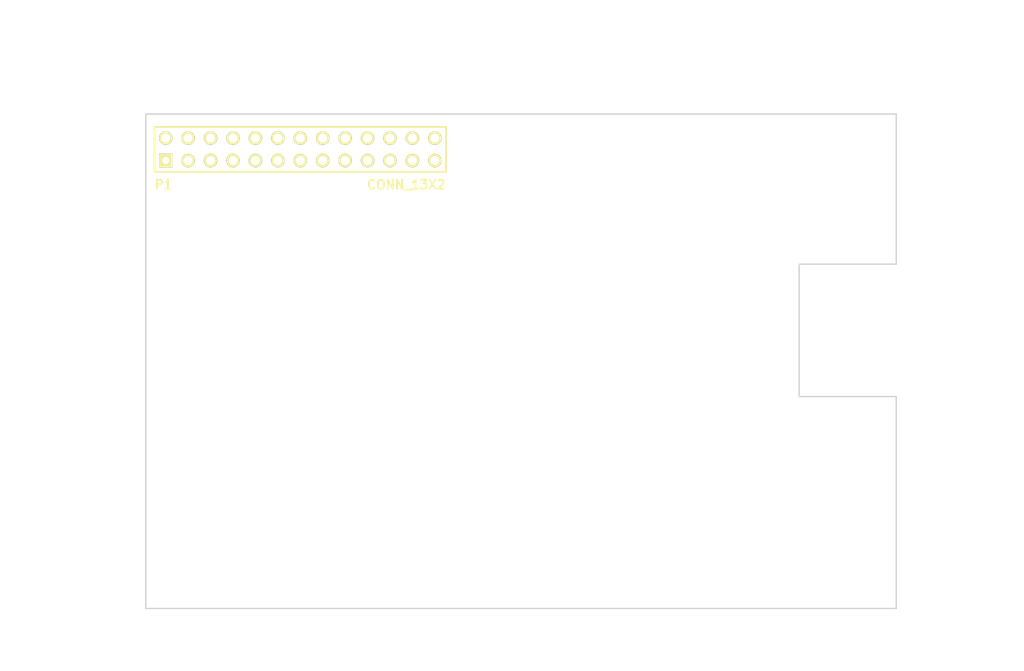
<source format=kicad_pcb>
(kicad_pcb (version 20221018) (generator pcbnew)
  (title_block (date "15 nov 2012"))
  (layers (0 "F.Cu" signal) (31 "B.Cu" signal) (34 "B.Paste" user) (35 "F.Paste" user) (36 "B.SilkS" user) (37 "F.SilkS" user) (38 "B.Mask" user) (39 "F.Mask" user) (44 "Edge.Cuts" user))
  (net 0 "")
  (net 1 "+3.3V")
  (net 2 "+5V")
  (net 3 "GND")
  (footprint "pin_array_13x2" (layer "F.Cu") (at 161 129)
    (fp_text reference "P1" (at -15.5 4) (layer "F.SilkS") (effects (font (size 1.016 1.016) (thickness 0.2032))))
    (fp_text value "CONN_13X2" (at 12 4) (layer "F.SilkS") (effects (font (size 1.016 1.016) (thickness 0.2032))))
    (fp_line (start -16.51 -2.54) (end -16.51 2.54) (stroke (width 0.2032)) (layer "F.SilkS"))
    (fp_line (start -16.51 2.54) (end 16.51 2.54) (stroke (width 0.2032)) (layer "F.SilkS"))
    (fp_line (start 16.51 -2.54) (end -16.51 -2.54) (stroke (width 0.2032)) (layer "F.SilkS"))
    (fp_line (start 16.51 2.54) (end 16.51 -2.54) (stroke (width 0.2032)) (layer "F.SilkS"))
    (pad "1" thru_hole rect (at -15.24 1.27) (size 1.524 1.524) (drill 0.8128) (layers "*.Cu" "*.Mask" "F.SilkS") (net 1 "+3.3V"))
    (pad "2" thru_hole circle (at -15.24 -1.27) (size 1.524 1.524) (drill 1.016) (layers "*.Cu" "*.Mask" "F.SilkS") (net 2 "+5V"))
    (pad "3" thru_hole circle (at -12.7 1.27) (size 1.524 1.524) (drill 1.016) (layers "*.Cu" "*.Mask" "F.SilkS"))
    (pad "4" thru_hole circle (at -12.7 -1.27) (size 1.524 1.524) (drill 1.016) (layers "*.Cu" "*.Mask" "F.SilkS"))
    (pad "5" thru_hole circle (at -10.16 1.27) (size 1.524 1.524) (drill 1.016) (layers "*.Cu" "*.Mask" "F.SilkS"))
    (pad "6" thru_hole circle (at -10.16 -1.27) (size 1.524 1.524) (drill 1.016) (layers "*.Cu" "*.Mask" "F.SilkS") (net 3 "GND"))
    (pad "7" thru_hole circle (at -7.62 1.27) (size 1.524 1.524) (drill 1.016) (layers "*.Cu" "*.Mask" "F.SilkS"))
    (pad "8" thru_hole circle (at -7.62 -1.27) (size 1.524 1.524) (drill 1.016) (layers "*.Cu" "*.Mask" "F.SilkS"))
    (pad "9" thru_hole circle (at -5.08 1.27) (size 1.524 1.524) (drill 1.016) (layers "*.Cu" "*.Mask" "F.SilkS"))
    (pad "10" thru_hole circle (at -5.08 -1.27) (size 1.524 1.524) (drill 1.016) (layers "*.Cu" "*.Mask" "F.SilkS"))
    (pad "11" thru_hole circle (at -2.54 1.27) (size 1.524 1.524) (drill 1.016) (layers "*.Cu" "*.Mask" "F.SilkS"))
    (pad "12" thru_hole circle (at -2.54 -1.27) (size 1.524 1.524) (drill 1.016) (layers "*.Cu" "*.Mask" "F.SilkS"))
    (pad "13" thru_hole circle (at 0 1.27) (size 1.524 1.524) (drill 1.016) (layers "*.Cu" "*.Mask" "F.SilkS"))
    (pad "14" thru_hole circle (at 0 -1.27) (size 1.524 1.524) (drill 1.016) (layers "*.Cu" "*.Mask" "F.SilkS"))
    (pad "15" thru_hole circle (at 2.54 1.27) (size 1.524 1.524) (drill 1.016) (layers "*.Cu" "*.Mask" "F.SilkS"))
    (pad "16" thru_hole circle (at 2.54 -1.27) (size 1.524 1.524) (drill 1.016) (layers "*.Cu" "*.Mask" "F.SilkS"))
    (pad "17" thru_hole circle (at 5.08 1.27) (size 1.524 1.524) (drill 1.016) (layers "*.Cu" "*.Mask" "F.SilkS"))
    (pad "18" thru_hole circle (at 5.08 -1.27) (size 1.524 1.524) (drill 1.016) (layers "*.Cu" "*.Mask" "F.SilkS"))
    (pad "19" thru_hole circle (at 7.62 1.27) (size 1.524 1.524) (drill 1.016) (layers "*.Cu" "*.Mask" "F.SilkS"))
    (pad "20" thru_hole circle (at 7.62 -1.27) (size 1.524 1.524) (drill 1.016) (layers "*.Cu" "*.Mask" "F.SilkS"))
    (pad "21" thru_hole circle (at 10.16 1.27) (size 1.524 1.524) (drill 1.016) (layers "*.Cu" "*.Mask" "F.SilkS"))
    (pad "22" thru_hole circle (at 10.16 -1.27) (size 1.524 1.524) (drill 1.016) (layers "*.Cu" "*.Mask" "F.SilkS"))
    (pad "23" thru_hole circle (at 12.7 1.27) (size 1.524 1.524) (drill 1.016) (layers "*.Cu" "*.Mask" "F.SilkS"))
    (pad "24" thru_hole circle (at 12.7 -1.27) (size 1.524 1.524) (drill 1.016) (layers "*.Cu" "*.Mask" "F.SilkS"))
    (pad "25" thru_hole circle (at 15.24 1.27) (size 1.524 1.524) (drill 1.016) (layers "*.Cu" "*.Mask" "F.SilkS"))
    (pad "26" thru_hole circle (at 15.24 -1.27) (size 1.524 1.524) (drill 1.016) (layers "*.Cu" "*.Mask" "F.SilkS"))
  )
  (gr_line (start 228.5 157) (end 217.5 157) (stroke (width 0.15)) (layer "Edge.Cuts"))
  (gr_line (start 143.5 181) (end 228.5 181) (stroke (width 0.15)) (layer "Edge.Cuts"))
  (gr_line (start 228.5 125) (end 143.5 125) (stroke (width 0.15)) (layer "Edge.Cuts"))
  (gr_line (start 228.5 181) (end 228.5 157) (stroke (width 0.15)) (layer "Edge.Cuts"))
  (gr_line (start 228.5 142) (end 228.5 125) (stroke (width 0.15)) (layer "Edge.Cuts"))
  (gr_line (start 143.5 125) (end 143.5 181) (stroke (width 0.15)) (layer "Edge.Cuts"))
  (gr_line (start 217.5 142) (end 228.5 142) (stroke (width 0.15)) (layer "Edge.Cuts"))
  (gr_line (start 217.5 157) (end 217.5 142) (stroke (width 0.15)) (layer "Edge.Cuts"))
)
</source>
